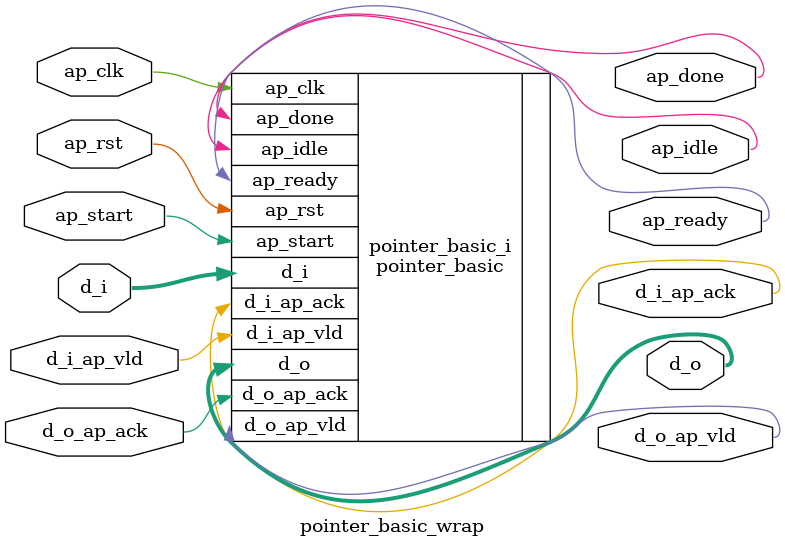
<source format=v>
`timescale 1ns/10ps

module pointer_basic_wrap (
        ap_clk,
        ap_rst,
        ap_start,
        ap_done,
        ap_idle,
        ap_ready,
        d_i,
        d_i_ap_vld,
        d_i_ap_ack,
        d_o,
        d_o_ap_vld,
        d_o_ap_ack
);

parameter    ap_ST_fsm_state1 = 3'd1;
parameter    ap_ST_fsm_state2 = 3'd2;
parameter    ap_ST_fsm_state3 = 3'd4;

input   ap_clk;
input   ap_rst;
input   ap_start;
output   ap_done;
output   ap_idle;
output   ap_ready;
input  [31:0] d_i;
input   d_i_ap_vld;
output   d_i_ap_ack;
output  [31:0] d_o;
output   d_o_ap_vld;
input   d_o_ap_ack;


  pointer_basic pointer_basic_i (
        .ap_clk   (ap_clk),
        .ap_rst   (ap_rst),
        .ap_start (ap_start),
        .ap_done  (ap_done),
        .ap_idle  (ap_idle),
        .ap_ready (ap_ready),
        .d_i      (d_i),
        .d_i_ap_vld (d_i_ap_vld),
        .d_i_ap_ack (d_i_ap_ack),
        .d_o        (d_o),
        .d_o_ap_vld (d_o_ap_vld),
        .d_o_ap_ack (d_o_ap_ack)
    );


//synthesis translate_off
initial begin 
  if ($test$plusargs("trace") != 0) begin 
    $display("[%0t] Tracing to logs/pointer_basic.vcd...", $time); 
    $dumpfile("logs/pointer_basic.vcd"); 
    $dumpvars(); 
  end 
  $display("[%0t] Model running...", $time);
end
//synthesis translate_on

endmodule 

</source>
